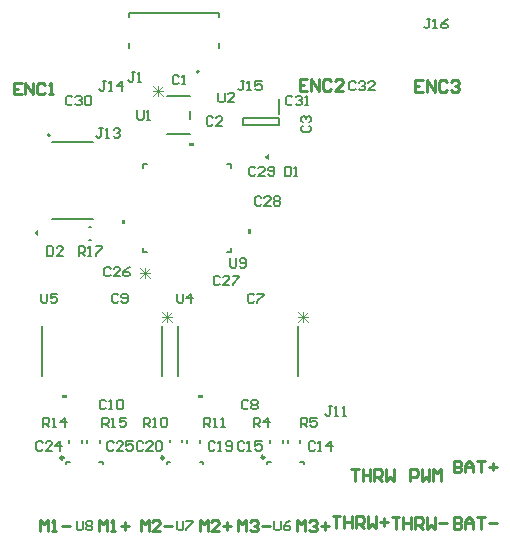
<source format=gbr>
%TF.GenerationSoftware,Altium Limited,Altium Designer,22.9.1 (49)*%
G04 Layer_Color=65535*
%FSLAX45Y45*%
%MOMM*%
%TF.SameCoordinates,1FC91EB1-9634-4345-979C-C496A52DE46E*%
%TF.FilePolarity,Positive*%
%TF.FileFunction,Legend,Top*%
%TF.Part,Single*%
G01*
G75*
%TA.AperFunction,NonConductor*%
%ADD53C,0.25000*%
%ADD54C,0.20000*%
%ADD55C,0.15240*%
%ADD56C,0.15000*%
%ADD67C,0.12700*%
%ADD68C,0.25400*%
%ADD69C,0.07620*%
G36*
X2876065Y4385560D02*
X2837965Y4385560D01*
X2837965Y4410960D01*
X2876065Y4410960D01*
X2876065Y4385560D01*
X2876065Y4385560D02*
G37*
G36*
X3510300Y4274600D02*
X3472200Y4300000D01*
X3510300Y4325400D01*
X3510300Y4274600D01*
X3510300Y4274600D02*
G37*
G36*
X2296315Y3725810D02*
X2270915Y3725810D01*
X2270915Y3763910D01*
X2296315Y3763910D01*
X2296315Y3725810D01*
X2296315Y3725810D02*
G37*
G36*
X3363115Y3645810D02*
X3337715Y3645810D01*
X3337715Y3683910D01*
X3363115Y3683910D01*
X3363115Y3645810D01*
X3363115Y3645810D02*
G37*
G36*
X1560300Y3624600D02*
X1522200Y3650000D01*
X1560300Y3675400D01*
X1560300Y3624600D01*
X1560300Y3624600D02*
G37*
G36*
X2951550Y2253640D02*
X2913450Y2253640D01*
X2913450Y2279040D01*
X2951550Y2279040D01*
X2951550Y2253640D01*
X2951550Y2253640D02*
G37*
G36*
X1801550Y2253640D02*
X1763450Y2253640D01*
X1763450Y2279040D01*
X1801550Y2279040D01*
X1801550Y2253640D01*
X1801550Y2253640D02*
G37*
D53*
X1772000Y1749070D02*
G03*
X1772000Y1749070I-12500J0D01*
G01*
X2622000Y1749070D02*
G03*
X2622000Y1749070I-12500J0D01*
G01*
X3472000Y1754070D02*
G03*
X3472000Y1754070I-12500J0D01*
G01*
D54*
X2919370Y5017360D02*
G03*
X2919370Y5017360I-10000J0D01*
G01*
X1656500Y4479000D02*
G03*
X1656500Y4479000I-10000J0D01*
G01*
X1678500Y4426000D02*
X2021500Y4426000D01*
X1678500Y3774000D02*
X2021500Y3774000D01*
X3595000Y4570121D02*
X3595000Y4625121D01*
X3295000Y4570121D02*
X3595000Y4570121D01*
X3295000Y4570121D02*
X3295000Y4625121D01*
X3595000Y4625121D01*
X3595000Y4660121D02*
X3595000Y4785121D01*
D55*
X2646580Y4812420D02*
X2842160Y4812420D01*
X2842160Y4613534D02*
X2842160Y4686186D01*
X2646580Y4487300D02*
X2842160Y4487300D01*
X2444905Y4236970D02*
X2478701Y4236970D01*
X3189125Y4203174D02*
X3189125Y4236970D01*
X3155329Y3492750D02*
X3189125Y3492750D01*
X2444905Y3492750D02*
X2478701Y3492750D01*
X2444905Y4203174D02*
X2444905Y4236970D01*
X3155329Y4236970D02*
X3189125Y4236970D01*
X3189125Y3492750D02*
X3189125Y3526546D01*
X2444905Y3492750D02*
X2444905Y3526546D01*
X2671660Y1878885D02*
X2671660Y1896115D01*
X2778340Y1878885D02*
X2778340Y1896115D01*
X2821660Y1878755D02*
X2821660Y1895985D01*
X2928340Y1878755D02*
X2928340Y1895985D01*
X3671660Y1878755D02*
X3671660Y1895985D01*
X3778340Y1878755D02*
X3778340Y1895985D01*
X3521660Y1878755D02*
X3521660Y1895985D01*
X3628340Y1878755D02*
X3628340Y1895985D01*
X1991385Y3703340D02*
X2008615Y3703340D01*
X1991385Y3596660D02*
X2008615Y3596660D01*
X3758000Y2437910D02*
X3758000Y2862090D01*
X2742000Y2437910D02*
X2742000Y2862090D01*
X2078340Y1878755D02*
X2078340Y1895985D01*
X1971660Y1878755D02*
X1971660Y1895985D01*
X1928340Y1878755D02*
X1928340Y1895985D01*
X1821660Y1878755D02*
X1821660Y1895985D01*
X2608000Y2437910D02*
X2608000Y2862090D01*
X1592000Y2437910D02*
X1592000Y2862090D01*
D56*
X1795000Y1694870D02*
X1795000Y1712370D01*
X2105000Y1694870D02*
X2105000Y1712370D01*
X2075000Y1712370D02*
X2105000Y1712370D01*
X1795000Y1712370D02*
X1825000Y1712370D01*
X2645000Y1694870D02*
X2645000Y1712370D01*
X2955000Y1694870D02*
X2955000Y1712370D01*
X2925000Y1712370D02*
X2955000Y1712370D01*
X2645000Y1712370D02*
X2675000Y1712370D01*
X3495000Y1699870D02*
X3495000Y1717370D01*
X3805000Y1699870D02*
X3805000Y1717370D01*
X3775000Y1717370D02*
X3805000Y1717370D01*
X3495000Y1717370D02*
X3525000Y1717370D01*
X3303348Y4939987D02*
X3276690Y4939987D01*
X3290019Y4939987D01*
X3290019Y4873342D01*
X3276690Y4860013D01*
X3263361Y4860013D01*
X3250032Y4873342D01*
X3330006Y4860013D02*
X3356664Y4860013D01*
X3343335Y4860013D01*
X3343335Y4939987D01*
X3330006Y4926658D01*
X3449968Y4939987D02*
X3396652Y4939987D01*
X3396652Y4900000D01*
X3423310Y4913329D01*
X3436639Y4913329D01*
X3449968Y4900000D01*
X3449968Y4873342D01*
X3436639Y4860013D01*
X3409981Y4860013D01*
X3396652Y4873342D01*
X3083355Y4839987D02*
X3083355Y4773342D01*
X3096684Y4760013D01*
X3123342Y4760013D01*
X3136671Y4773342D01*
X3136671Y4839987D01*
X3216645Y4760013D02*
X3163329Y4760013D01*
X3216645Y4813329D01*
X3216645Y4826658D01*
X3203316Y4839987D01*
X3176658Y4839987D01*
X3163329Y4826658D01*
X4043677Y2185987D02*
X4017019Y2185987D01*
X4030349Y2185987D01*
X4030349Y2119342D01*
X4017019Y2106013D01*
X4003690Y2106013D01*
X3990361Y2119342D01*
X4070336Y2106013D02*
X4096994Y2106013D01*
X4083665Y2106013D01*
X4083665Y2185987D01*
X4070336Y2172658D01*
X4136981Y2106013D02*
X4163639Y2106013D01*
X4150310Y2106013D01*
X4150310Y2185987D01*
X4136981Y2172658D01*
X1900032Y3460013D02*
X1900032Y3539987D01*
X1940019Y3539987D01*
X1953348Y3526658D01*
X1953348Y3500000D01*
X1940019Y3486671D01*
X1900032Y3486671D01*
X1926690Y3486671D02*
X1953348Y3460013D01*
X1980006Y3460013D02*
X2006665Y3460013D01*
X1993336Y3460013D01*
X1993336Y3539987D01*
X1980006Y3526658D01*
X2046652Y3539987D02*
X2099968Y3539987D01*
X2099968Y3526658D01*
X2046652Y3473342D01*
X2046652Y3460013D01*
X1633355Y3539987D02*
X1633355Y3460013D01*
X1673342Y3460013D01*
X1686671Y3473342D01*
X1686671Y3526658D01*
X1673342Y3539987D01*
X1633355Y3539987D01*
X1766645Y3460013D02*
X1713329Y3460013D01*
X1766645Y3513329D01*
X1766645Y3526658D01*
X1753316Y3539987D01*
X1726658Y3539987D01*
X1713329Y3526658D01*
X3646684Y4214987D02*
X3646684Y4135013D01*
X3686671Y4135013D01*
X3700000Y4148342D01*
X3700000Y4201658D01*
X3686671Y4214987D01*
X3646684Y4214987D01*
X3726658Y4135013D02*
X3753316Y4135013D01*
X3739987Y4135013D01*
X3739987Y4214987D01*
X3726658Y4201658D01*
X2100032Y2010013D02*
X2100032Y2089987D01*
X2140019Y2089987D01*
X2153348Y2076658D01*
X2153348Y2050000D01*
X2140019Y2036671D01*
X2100032Y2036671D01*
X2126690Y2036671D02*
X2153348Y2010013D01*
X2180006Y2010013D02*
X2206664Y2010013D01*
X2193335Y2010013D01*
X2193335Y2089987D01*
X2180006Y2076658D01*
X2299968Y2089987D02*
X2246652Y2089987D01*
X2246652Y2050000D01*
X2273310Y2063329D01*
X2286639Y2063329D01*
X2299968Y2050000D01*
X2299968Y2023342D01*
X2286639Y2010013D01*
X2259981Y2010013D01*
X2246652Y2023342D01*
X1600032Y2010013D02*
X1600032Y2089987D01*
X1640019Y2089987D01*
X1653348Y2076658D01*
X1653348Y2050000D01*
X1640019Y2036671D01*
X1600032Y2036671D01*
X1626690Y2036671D02*
X1653348Y2010013D01*
X1680006Y2010013D02*
X1706664Y2010013D01*
X1693335Y2010013D01*
X1693335Y2089987D01*
X1680006Y2076658D01*
X1786639Y2010013D02*
X1786639Y2089987D01*
X1746652Y2050000D01*
X1799968Y2050000D01*
X2963361Y2010013D02*
X2963361Y2089987D01*
X3003349Y2089987D01*
X3016677Y2076658D01*
X3016677Y2050000D01*
X3003349Y2036671D01*
X2963361Y2036671D01*
X2990019Y2036671D02*
X3016677Y2010013D01*
X3043336Y2010013D02*
X3069994Y2010013D01*
X3056665Y2010013D01*
X3056665Y2089987D01*
X3043336Y2076658D01*
X3109981Y2010013D02*
X3136639Y2010013D01*
X3123310Y2010013D01*
X3123310Y2089987D01*
X3109981Y2076658D01*
X2450032Y2010013D02*
X2450032Y2089987D01*
X2490019Y2089987D01*
X2503348Y2076658D01*
X2503348Y2050000D01*
X2490019Y2036671D01*
X2450032Y2036671D01*
X2476690Y2036671D02*
X2503348Y2010013D01*
X2530006Y2010013D02*
X2556664Y2010013D01*
X2543336Y2010013D01*
X2543336Y2089987D01*
X2530006Y2076658D01*
X2596652Y2076658D02*
X2609981Y2089987D01*
X2636639Y2089987D01*
X2649968Y2076658D01*
X2649968Y2023342D01*
X2636639Y2010013D01*
X2609981Y2010013D01*
X2596652Y2023342D01*
X2596652Y2076658D01*
X2396684Y4689987D02*
X2396684Y4623342D01*
X2410013Y4610013D01*
X2436671Y4610013D01*
X2450000Y4623342D01*
X2450000Y4689987D01*
X2476658Y4610013D02*
X2503316Y4610013D01*
X2489987Y4610013D01*
X2489987Y4689987D01*
X2476658Y4676658D01*
X3183355Y3439987D02*
X3183355Y3373342D01*
X3196684Y3360013D01*
X3223342Y3360013D01*
X3236671Y3373342D01*
X3236671Y3439987D01*
X3263329Y3373342D02*
X3276658Y3360013D01*
X3303316Y3360013D01*
X3316645Y3373342D01*
X3316645Y3426658D01*
X3303316Y3439987D01*
X3276658Y3439987D01*
X3263329Y3426658D01*
X3263329Y3413329D01*
X3276658Y3400000D01*
X3316645Y3400000D01*
X1883355Y1214987D02*
X1883355Y1148342D01*
X1896684Y1135013D01*
X1923342Y1135013D01*
X1936671Y1148342D01*
X1936671Y1214987D01*
X1963329Y1201658D02*
X1976658Y1214987D01*
X2003316Y1214987D01*
X2016645Y1201658D01*
X2016645Y1188329D01*
X2003316Y1175000D01*
X2016645Y1161671D01*
X2016645Y1148342D01*
X2003316Y1135013D01*
X1976658Y1135013D01*
X1963329Y1148342D01*
X1963329Y1161671D01*
X1976658Y1175000D01*
X1963329Y1188329D01*
X1963329Y1201658D01*
X1976658Y1175000D02*
X2003316Y1175000D01*
X2733355Y1214987D02*
X2733355Y1148342D01*
X2746684Y1135013D01*
X2773342Y1135013D01*
X2786671Y1148342D01*
X2786671Y1214987D01*
X2813329Y1214987D02*
X2866645Y1214987D01*
X2866645Y1201658D01*
X2813329Y1148342D01*
X2813329Y1135013D01*
X3558355Y1214987D02*
X3558355Y1148342D01*
X3571684Y1135013D01*
X3598342Y1135013D01*
X3611671Y1148342D01*
X3611671Y1214987D01*
X3691645Y1214987D02*
X3664987Y1201658D01*
X3638329Y1175000D01*
X3638329Y1148342D01*
X3651658Y1135013D01*
X3678316Y1135013D01*
X3691645Y1148342D01*
X3691645Y1161671D01*
X3678316Y1175000D01*
X3638329Y1175000D01*
X1583355Y3139987D02*
X1583355Y3073342D01*
X1596684Y3060013D01*
X1623342Y3060013D01*
X1636671Y3073342D01*
X1636671Y3139987D01*
X1716645Y3139987D02*
X1663329Y3139987D01*
X1663329Y3100000D01*
X1689987Y3113329D01*
X1703316Y3113329D01*
X1716645Y3100000D01*
X1716645Y3073342D01*
X1703316Y3060013D01*
X1676658Y3060013D01*
X1663329Y3073342D01*
X2733355Y3139987D02*
X2733355Y3073342D01*
X2746684Y3060013D01*
X2773342Y3060013D01*
X2786671Y3073342D01*
X2786671Y3139987D01*
X2853316Y3060013D02*
X2853316Y3139987D01*
X2813329Y3100000D01*
X2866645Y3100000D01*
X3783355Y2010013D02*
X3783355Y2089987D01*
X3823342Y2089987D01*
X3836671Y2076658D01*
X3836671Y2050000D01*
X3823342Y2036671D01*
X3783355Y2036671D01*
X3810013Y2036671D02*
X3836671Y2010013D01*
X3916645Y2089987D02*
X3863329Y2089987D01*
X3863329Y2050000D01*
X3889987Y2063329D01*
X3903316Y2063329D01*
X3916645Y2050000D01*
X3916645Y2023342D01*
X3903316Y2010013D01*
X3876658Y2010013D01*
X3863329Y2023342D01*
X3383355Y2010013D02*
X3383355Y2089987D01*
X3423342Y2089987D01*
X3436671Y2076658D01*
X3436671Y2050000D01*
X3423342Y2036671D01*
X3383355Y2036671D01*
X3410013Y2036671D02*
X3436671Y2010013D01*
X3503316Y2010013D02*
X3503316Y2089987D01*
X3463329Y2050000D01*
X3516645Y2050000D01*
X4878348Y5464987D02*
X4851690Y5464987D01*
X4865019Y5464987D01*
X4865019Y5398342D01*
X4851690Y5385013D01*
X4838361Y5385013D01*
X4825032Y5398342D01*
X4905006Y5385013D02*
X4931665Y5385013D01*
X4918336Y5385013D01*
X4918336Y5464987D01*
X4905006Y5451658D01*
X5024968Y5464987D02*
X4998310Y5451658D01*
X4971652Y5425000D01*
X4971652Y5398342D01*
X4984981Y5385013D01*
X5011639Y5385013D01*
X5024968Y5398342D01*
X5024968Y5411671D01*
X5011639Y5425000D01*
X4971652Y5425000D01*
X2130349Y4935987D02*
X2103690Y4935987D01*
X2117020Y4935987D01*
X2117020Y4869342D01*
X2103690Y4856013D01*
X2090362Y4856013D01*
X2077032Y4869342D01*
X2157007Y4856013D02*
X2183665Y4856013D01*
X2170336Y4856013D01*
X2170336Y4935987D01*
X2157007Y4922658D01*
X2263639Y4856013D02*
X2263639Y4935987D01*
X2223652Y4896000D01*
X2276968Y4896000D01*
X2103348Y4539987D02*
X2076690Y4539987D01*
X2090019Y4539987D01*
X2090019Y4473342D01*
X2076690Y4460013D01*
X2063361Y4460013D01*
X2050032Y4473342D01*
X2130006Y4460013D02*
X2156664Y4460013D01*
X2143336Y4460013D01*
X2143336Y4539987D01*
X2130006Y4526658D01*
X2196652Y4526658D02*
X2209981Y4539987D01*
X2236639Y4539987D01*
X2249968Y4526658D01*
X2249968Y4513329D01*
X2236639Y4500000D01*
X2223310Y4500000D01*
X2236639Y4500000D01*
X2249968Y4486671D01*
X2249968Y4473342D01*
X2236639Y4460013D01*
X2209981Y4460013D01*
X2196652Y4473342D01*
X2375000Y5014987D02*
X2348342Y5014987D01*
X2361671Y5014987D01*
X2361671Y4948342D01*
X2348342Y4935013D01*
X2335013Y4935013D01*
X2321684Y4948342D01*
X2401658Y4935013D02*
X2428316Y4935013D01*
X2414987Y4935013D01*
X2414987Y5014987D01*
X2401658Y5001658D01*
X4246684Y4926658D02*
X4233355Y4939987D01*
X4206697Y4939987D01*
X4193368Y4926658D01*
X4193368Y4873342D01*
X4206697Y4860013D01*
X4233355Y4860013D01*
X4246684Y4873342D01*
X4273342Y4926658D02*
X4286671Y4939987D01*
X4313329Y4939987D01*
X4326658Y4926658D01*
X4326658Y4913329D01*
X4313329Y4900000D01*
X4300000Y4900000D01*
X4313329Y4900000D01*
X4326658Y4886671D01*
X4326658Y4873342D01*
X4313329Y4860013D01*
X4286671Y4860013D01*
X4273342Y4873342D01*
X4406632Y4860013D02*
X4353316Y4860013D01*
X4406632Y4913329D01*
X4406632Y4926658D01*
X4393303Y4939987D01*
X4366645Y4939987D01*
X4353316Y4926658D01*
X3710013Y4801658D02*
X3696684Y4814987D01*
X3670026Y4814987D01*
X3656697Y4801658D01*
X3656697Y4748342D01*
X3670026Y4735013D01*
X3696684Y4735013D01*
X3710013Y4748342D01*
X3736671Y4801658D02*
X3750000Y4814987D01*
X3776658Y4814987D01*
X3789987Y4801658D01*
X3789987Y4788329D01*
X3776658Y4775000D01*
X3763329Y4775000D01*
X3776658Y4775000D01*
X3789987Y4761671D01*
X3789987Y4748342D01*
X3776658Y4735013D01*
X3750000Y4735013D01*
X3736671Y4748342D01*
X3816645Y4735013D02*
X3843303Y4735013D01*
X3829975Y4735013D01*
X3829975Y4814987D01*
X3816645Y4801658D01*
X1846684Y4801658D02*
X1833355Y4814987D01*
X1806697Y4814987D01*
X1793368Y4801658D01*
X1793368Y4748342D01*
X1806697Y4735013D01*
X1833355Y4735013D01*
X1846684Y4748342D01*
X1873342Y4801658D02*
X1886671Y4814987D01*
X1913329Y4814987D01*
X1926658Y4801658D01*
X1926658Y4788329D01*
X1913329Y4775000D01*
X1900000Y4775000D01*
X1913329Y4775000D01*
X1926658Y4761671D01*
X1926658Y4748342D01*
X1913329Y4735013D01*
X1886671Y4735013D01*
X1873342Y4748342D01*
X1953316Y4801658D02*
X1966645Y4814987D01*
X1993303Y4814987D01*
X2006632Y4801658D01*
X2006632Y4748342D01*
X1993303Y4735013D01*
X1966645Y4735013D01*
X1953316Y4748342D01*
X1953316Y4801658D01*
X3396684Y4201658D02*
X3383355Y4214987D01*
X3356697Y4214987D01*
X3343368Y4201658D01*
X3343368Y4148342D01*
X3356697Y4135013D01*
X3383355Y4135013D01*
X3396684Y4148342D01*
X3476658Y4135013D02*
X3423342Y4135013D01*
X3476658Y4188329D01*
X3476658Y4201658D01*
X3463329Y4214987D01*
X3436671Y4214987D01*
X3423342Y4201658D01*
X3503316Y4148342D02*
X3516645Y4135013D01*
X3543303Y4135013D01*
X3556632Y4148342D01*
X3556632Y4201658D01*
X3543303Y4214987D01*
X3516645Y4214987D01*
X3503316Y4201658D01*
X3503316Y4188329D01*
X3516645Y4175000D01*
X3556632Y4175000D01*
X3446684Y3951658D02*
X3433355Y3964987D01*
X3406697Y3964987D01*
X3393368Y3951658D01*
X3393368Y3898342D01*
X3406697Y3885013D01*
X3433355Y3885013D01*
X3446684Y3898342D01*
X3526658Y3885013D02*
X3473342Y3885013D01*
X3526658Y3938329D01*
X3526658Y3951658D01*
X3513329Y3964987D01*
X3486671Y3964987D01*
X3473342Y3951658D01*
X3553316Y3951658D02*
X3566645Y3964987D01*
X3593303Y3964987D01*
X3606632Y3951658D01*
X3606632Y3938329D01*
X3593303Y3925000D01*
X3606632Y3911671D01*
X3606632Y3898342D01*
X3593303Y3885013D01*
X3566645Y3885013D01*
X3553316Y3898342D01*
X3553316Y3911671D01*
X3566645Y3925000D01*
X3553316Y3938329D01*
X3553316Y3951658D01*
X3566645Y3925000D02*
X3593303Y3925000D01*
X3096684Y3276658D02*
X3083355Y3289987D01*
X3056697Y3289987D01*
X3043368Y3276658D01*
X3043368Y3223342D01*
X3056697Y3210013D01*
X3083355Y3210013D01*
X3096684Y3223342D01*
X3176658Y3210013D02*
X3123342Y3210013D01*
X3176658Y3263329D01*
X3176658Y3276658D01*
X3163329Y3289987D01*
X3136671Y3289987D01*
X3123342Y3276658D01*
X3203316Y3289987D02*
X3256632Y3289987D01*
X3256632Y3276658D01*
X3203316Y3223342D01*
X3203316Y3210013D01*
X2171684Y3351658D02*
X2158355Y3364987D01*
X2131697Y3364987D01*
X2118368Y3351658D01*
X2118368Y3298342D01*
X2131697Y3285013D01*
X2158355Y3285013D01*
X2171684Y3298342D01*
X2251658Y3285013D02*
X2198342Y3285013D01*
X2251658Y3338329D01*
X2251658Y3351658D01*
X2238329Y3364987D01*
X2211671Y3364987D01*
X2198342Y3351658D01*
X2331632Y3364987D02*
X2304974Y3351658D01*
X2278316Y3325000D01*
X2278316Y3298342D01*
X2291645Y3285013D01*
X2318303Y3285013D01*
X2331632Y3298342D01*
X2331632Y3311671D01*
X2318303Y3325000D01*
X2278316Y3325000D01*
X2196684Y1876658D02*
X2183355Y1889987D01*
X2156697Y1889987D01*
X2143368Y1876658D01*
X2143368Y1823342D01*
X2156697Y1810013D01*
X2183355Y1810013D01*
X2196684Y1823342D01*
X2276658Y1810013D02*
X2223342Y1810013D01*
X2276658Y1863329D01*
X2276658Y1876658D01*
X2263329Y1889987D01*
X2236671Y1889987D01*
X2223342Y1876658D01*
X2356632Y1889987D02*
X2303316Y1889987D01*
X2303316Y1850000D01*
X2329974Y1863329D01*
X2343303Y1863329D01*
X2356632Y1850000D01*
X2356632Y1823342D01*
X2343303Y1810013D01*
X2316645Y1810013D01*
X2303316Y1823342D01*
X1596684Y1876658D02*
X1583355Y1889987D01*
X1556697Y1889987D01*
X1543368Y1876658D01*
X1543368Y1823342D01*
X1556697Y1810013D01*
X1583355Y1810013D01*
X1596684Y1823342D01*
X1676658Y1810013D02*
X1623342Y1810013D01*
X1676658Y1863329D01*
X1676658Y1876658D01*
X1663329Y1889987D01*
X1636671Y1889987D01*
X1623342Y1876658D01*
X1743303Y1810013D02*
X1743303Y1889987D01*
X1703316Y1850000D01*
X1756632Y1850000D01*
X2446684Y1876658D02*
X2433355Y1889987D01*
X2406697Y1889987D01*
X2393368Y1876658D01*
X2393368Y1823342D01*
X2406697Y1810013D01*
X2433355Y1810013D01*
X2446684Y1823342D01*
X2526658Y1810013D02*
X2473342Y1810013D01*
X2526658Y1863329D01*
X2526658Y1876658D01*
X2513329Y1889987D01*
X2486671Y1889987D01*
X2473342Y1876658D01*
X2553316Y1876658D02*
X2566645Y1889987D01*
X2593303Y1889987D01*
X2606632Y1876658D01*
X2606632Y1823342D01*
X2593303Y1810013D01*
X2566645Y1810013D01*
X2553316Y1823342D01*
X2553316Y1876658D01*
X3053348Y1876658D02*
X3040019Y1889987D01*
X3013361Y1889987D01*
X3000032Y1876658D01*
X3000032Y1823342D01*
X3013361Y1810013D01*
X3040019Y1810013D01*
X3053348Y1823342D01*
X3080006Y1810013D02*
X3106664Y1810013D01*
X3093335Y1810013D01*
X3093335Y1889987D01*
X3080006Y1876658D01*
X3146652Y1823342D02*
X3159981Y1810013D01*
X3186639Y1810013D01*
X3199968Y1823342D01*
X3199968Y1876658D01*
X3186639Y1889987D01*
X3159981Y1889987D01*
X3146652Y1876658D01*
X3146652Y1863329D01*
X3159981Y1850000D01*
X3199968Y1850000D01*
X3303348Y1876658D02*
X3290019Y1889987D01*
X3263361Y1889987D01*
X3250032Y1876658D01*
X3250032Y1823342D01*
X3263361Y1810013D01*
X3290019Y1810013D01*
X3303348Y1823342D01*
X3330006Y1810013D02*
X3356664Y1810013D01*
X3343335Y1810013D01*
X3343335Y1889987D01*
X3330006Y1876658D01*
X3449968Y1889987D02*
X3396652Y1889987D01*
X3396652Y1850000D01*
X3423310Y1863329D01*
X3436639Y1863329D01*
X3449968Y1850000D01*
X3449968Y1823342D01*
X3436639Y1810013D01*
X3409981Y1810013D01*
X3396652Y1823342D01*
X3903348Y1876658D02*
X3890019Y1889987D01*
X3863361Y1889987D01*
X3850032Y1876658D01*
X3850032Y1823342D01*
X3863361Y1810013D01*
X3890019Y1810013D01*
X3903348Y1823342D01*
X3930006Y1810013D02*
X3956664Y1810013D01*
X3943336Y1810013D01*
X3943336Y1889987D01*
X3930006Y1876658D01*
X4036639Y1810013D02*
X4036639Y1889987D01*
X3996652Y1850000D01*
X4049968Y1850000D01*
X2130818Y2226658D02*
X2117489Y2239987D01*
X2090831Y2239987D01*
X2077502Y2226658D01*
X2077502Y2173342D01*
X2090831Y2160013D01*
X2117489Y2160013D01*
X2130818Y2173342D01*
X2157476Y2160013D02*
X2184134Y2160013D01*
X2170805Y2160013D01*
X2170805Y2239987D01*
X2157476Y2226658D01*
X2224122Y2226658D02*
X2237451Y2239987D01*
X2264109Y2239987D01*
X2277438Y2226658D01*
X2277438Y2173342D01*
X2264109Y2160013D01*
X2237451Y2160013D01*
X2224122Y2173342D01*
X2224122Y2226658D01*
X2236671Y3126658D02*
X2223342Y3139987D01*
X2196684Y3139987D01*
X2183355Y3126658D01*
X2183355Y3073342D01*
X2196684Y3060013D01*
X2223342Y3060013D01*
X2236671Y3073342D01*
X2263329Y3073342D02*
X2276658Y3060013D01*
X2303316Y3060013D01*
X2316645Y3073342D01*
X2316645Y3126658D01*
X2303316Y3139987D01*
X2276658Y3139987D01*
X2263329Y3126658D01*
X2263329Y3113329D01*
X2276658Y3100000D01*
X2316645Y3100000D01*
X3336671Y2226658D02*
X3323342Y2239987D01*
X3296684Y2239987D01*
X3283355Y2226658D01*
X3283355Y2173342D01*
X3296684Y2160013D01*
X3323342Y2160013D01*
X3336671Y2173342D01*
X3363329Y2226658D02*
X3376658Y2239987D01*
X3403316Y2239987D01*
X3416645Y2226658D01*
X3416645Y2213329D01*
X3403316Y2200000D01*
X3416645Y2186671D01*
X3416645Y2173342D01*
X3403316Y2160013D01*
X3376658Y2160013D01*
X3363329Y2173342D01*
X3363329Y2186671D01*
X3376658Y2200000D01*
X3363329Y2213329D01*
X3363329Y2226658D01*
X3376658Y2200000D02*
X3403316Y2200000D01*
X3386671Y3126658D02*
X3373342Y3139987D01*
X3346684Y3139987D01*
X3333355Y3126658D01*
X3333355Y3073342D01*
X3346684Y3060013D01*
X3373342Y3060013D01*
X3386671Y3073342D01*
X3413329Y3139987D02*
X3466645Y3139987D01*
X3466645Y3126658D01*
X3413329Y3073342D01*
X3413329Y3060013D01*
X3798342Y4561671D02*
X3785013Y4548342D01*
X3785013Y4521684D01*
X3798342Y4508355D01*
X3851658Y4508355D01*
X3864987Y4521684D01*
X3864987Y4548342D01*
X3851658Y4561671D01*
X3798342Y4588329D02*
X3785013Y4601658D01*
X3785013Y4628316D01*
X3798342Y4641645D01*
X3811671Y4641645D01*
X3825000Y4628316D01*
X3825000Y4614987D01*
X3825000Y4628316D01*
X3838329Y4641645D01*
X3851658Y4641645D01*
X3864987Y4628316D01*
X3864987Y4601658D01*
X3851658Y4588329D01*
X3036671Y4626658D02*
X3023342Y4639987D01*
X2996684Y4639987D01*
X2983355Y4626658D01*
X2983355Y4573342D01*
X2996684Y4560013D01*
X3023342Y4560013D01*
X3036671Y4573342D01*
X3116645Y4560013D02*
X3063329Y4560013D01*
X3116645Y4613329D01*
X3116645Y4626658D01*
X3103316Y4639987D01*
X3076658Y4639987D01*
X3063329Y4626658D01*
X2750000Y4976658D02*
X2736671Y4989987D01*
X2710013Y4989987D01*
X2696684Y4976658D01*
X2696684Y4923342D01*
X2710013Y4910013D01*
X2736671Y4910013D01*
X2750000Y4923342D01*
X2776658Y4910013D02*
X2803316Y4910013D01*
X2789987Y4910013D01*
X2789987Y4989987D01*
X2776658Y4976658D01*
D67*
X3089370Y5217360D02*
X3089370Y5257360D01*
X2329370Y5217360D02*
X2329370Y5257360D01*
X2329370Y5477360D02*
X2329370Y5507360D01*
X3089370Y5477360D02*
X3089370Y5507360D01*
X2329370Y5512360D02*
X3089370Y5512360D01*
D68*
X3750400Y1125400D02*
X3750400Y1225368D01*
X3783722Y1192045D01*
X3817045Y1225368D01*
X3817045Y1125400D01*
X3850368Y1208706D02*
X3867029Y1225368D01*
X3900352Y1225368D01*
X3917013Y1208706D01*
X3917013Y1192045D01*
X3900352Y1175384D01*
X3883690Y1175384D01*
X3900352Y1175384D01*
X3917013Y1158723D01*
X3917013Y1142061D01*
X3900352Y1125400D01*
X3867029Y1125400D01*
X3850368Y1142061D01*
X3950336Y1175384D02*
X4016981Y1175384D01*
X3983658Y1208706D02*
X3983658Y1142061D01*
X5075400Y1725368D02*
X5075400Y1625400D01*
X5125384Y1625400D01*
X5142045Y1642061D01*
X5142045Y1658723D01*
X5125384Y1675384D01*
X5075400Y1675384D01*
X5125384Y1675384D01*
X5142045Y1692045D01*
X5142045Y1708707D01*
X5125384Y1725368D01*
X5075400Y1725368D01*
X5175368Y1625400D02*
X5175368Y1692045D01*
X5208690Y1725368D01*
X5242013Y1692045D01*
X5242013Y1625400D01*
X5242013Y1675384D01*
X5175368Y1675384D01*
X5275336Y1725368D02*
X5341981Y1725368D01*
X5308658Y1725368D01*
X5308658Y1625400D01*
X5375303Y1675384D02*
X5441948Y1675384D01*
X5408626Y1708707D02*
X5408626Y1642061D01*
X3250400Y1125400D02*
X3250400Y1225368D01*
X3283722Y1192045D01*
X3317045Y1225368D01*
X3317045Y1125400D01*
X3350368Y1208706D02*
X3367029Y1225368D01*
X3400352Y1225368D01*
X3417013Y1208706D01*
X3417013Y1192045D01*
X3400352Y1175384D01*
X3383690Y1175384D01*
X3400352Y1175384D01*
X3417013Y1158723D01*
X3417013Y1142061D01*
X3400352Y1125400D01*
X3367029Y1125400D01*
X3350368Y1142061D01*
X3450335Y1175384D02*
X3516981Y1175384D01*
X2925400Y1125400D02*
X2925400Y1225368D01*
X2958723Y1192045D01*
X2992045Y1225368D01*
X2992045Y1125400D01*
X3092013Y1125400D02*
X3025368Y1125400D01*
X3092013Y1192045D01*
X3092013Y1208706D01*
X3075352Y1225368D01*
X3042029Y1225368D01*
X3025368Y1208706D01*
X3125336Y1175384D02*
X3191981Y1175384D01*
X3158658Y1208706D02*
X3158658Y1142061D01*
X2425400Y1125400D02*
X2425400Y1225368D01*
X2458723Y1192045D01*
X2492045Y1225368D01*
X2492045Y1125400D01*
X2592013Y1125400D02*
X2525368Y1125400D01*
X2592013Y1192045D01*
X2592013Y1208706D01*
X2575352Y1225368D01*
X2542029Y1225368D01*
X2525368Y1208706D01*
X2625336Y1175384D02*
X2691981Y1175384D01*
X2075400Y1125400D02*
X2075400Y1225368D01*
X2108722Y1192045D01*
X2142045Y1225368D01*
X2142045Y1125400D01*
X2175368Y1125400D02*
X2208690Y1125400D01*
X2192029Y1125400D01*
X2192029Y1225368D01*
X2175368Y1208706D01*
X2258674Y1175384D02*
X2325319Y1175384D01*
X2291997Y1208706D02*
X2291997Y1142061D01*
X1575400Y1125400D02*
X1575400Y1225368D01*
X1608722Y1192045D01*
X1642045Y1225368D01*
X1642045Y1125400D01*
X1675368Y1125400D02*
X1708690Y1125400D01*
X1692029Y1125400D01*
X1692029Y1225368D01*
X1675368Y1208706D01*
X1758674Y1175384D02*
X1825319Y1175384D01*
X4550400Y1250368D02*
X4617045Y1250368D01*
X4583723Y1250368D01*
X4583723Y1150400D01*
X4650368Y1250368D02*
X4650368Y1150400D01*
X4650368Y1200384D01*
X4717013Y1200384D01*
X4717013Y1250368D01*
X4717013Y1150400D01*
X4750336Y1150400D02*
X4750336Y1250368D01*
X4800320Y1250368D01*
X4816981Y1233706D01*
X4816981Y1200384D01*
X4800320Y1183723D01*
X4750336Y1183723D01*
X4783658Y1183723D02*
X4816981Y1150400D01*
X4850303Y1250368D02*
X4850303Y1150400D01*
X4883626Y1183723D01*
X4916949Y1150400D01*
X4916949Y1250368D01*
X4950271Y1200384D02*
X5016916Y1200384D01*
X5075400Y1250368D02*
X5075400Y1150400D01*
X5125384Y1150400D01*
X5142045Y1167061D01*
X5142045Y1183723D01*
X5125384Y1200384D01*
X5075400Y1200384D01*
X5125384Y1200384D01*
X5142045Y1217045D01*
X5142045Y1233706D01*
X5125384Y1250368D01*
X5075400Y1250368D01*
X5175368Y1150400D02*
X5175368Y1217045D01*
X5208690Y1250368D01*
X5242013Y1217045D01*
X5242013Y1150400D01*
X5242013Y1200384D01*
X5175368Y1200384D01*
X5275336Y1250368D02*
X5341981Y1250368D01*
X5308658Y1250368D01*
X5308658Y1150400D01*
X5375303Y1200384D02*
X5441948Y1200384D01*
X4050400Y1253708D02*
X4117045Y1253708D01*
X4083722Y1253708D01*
X4083722Y1153740D01*
X4150368Y1253708D02*
X4150368Y1153740D01*
X4150368Y1203724D01*
X4217013Y1203724D01*
X4217013Y1253708D01*
X4217013Y1153740D01*
X4250335Y1153740D02*
X4250335Y1253708D01*
X4300319Y1253708D01*
X4316980Y1237046D01*
X4316980Y1203724D01*
X4300319Y1187062D01*
X4250335Y1187062D01*
X4283658Y1187062D02*
X4316980Y1153740D01*
X4350303Y1253708D02*
X4350303Y1153740D01*
X4383626Y1187062D01*
X4416948Y1153740D01*
X4416948Y1253708D01*
X4450271Y1203724D02*
X4516916Y1203724D01*
X4483594Y1237046D02*
X4483594Y1170401D01*
X4204350Y1655518D02*
X4270995Y1655518D01*
X4237673Y1655518D01*
X4237673Y1555550D01*
X4304318Y1655518D02*
X4304318Y1555550D01*
X4304318Y1605534D01*
X4370963Y1605534D01*
X4370963Y1655518D01*
X4370963Y1555550D01*
X4404286Y1555550D02*
X4404286Y1655518D01*
X4454269Y1655518D01*
X4470931Y1638857D01*
X4470931Y1605534D01*
X4454269Y1588873D01*
X4404286Y1588873D01*
X4437608Y1588873D02*
X4470931Y1555550D01*
X4504253Y1655518D02*
X4504253Y1555550D01*
X4537576Y1588873D01*
X4570898Y1555550D01*
X4570898Y1655518D01*
X4704189Y1555550D02*
X4704189Y1655518D01*
X4754173Y1655518D01*
X4770834Y1638857D01*
X4770834Y1605534D01*
X4754173Y1588873D01*
X4704189Y1588873D01*
X4804157Y1655518D02*
X4804157Y1555550D01*
X4837479Y1588873D01*
X4870802Y1555550D01*
X4870802Y1655518D01*
X4904125Y1555550D02*
X4904125Y1655518D01*
X4937447Y1622195D01*
X4970770Y1655518D01*
X4970770Y1555550D01*
X3838095Y4955518D02*
X3771450Y4955518D01*
X3771450Y4855550D01*
X3838095Y4855550D01*
X3771450Y4905534D02*
X3804772Y4905534D01*
X3871418Y4855550D02*
X3871418Y4955518D01*
X3938063Y4855550D01*
X3938063Y4955518D01*
X4038031Y4938857D02*
X4021369Y4955518D01*
X3988047Y4955518D01*
X3971386Y4938857D01*
X3971386Y4872211D01*
X3988047Y4855550D01*
X4021369Y4855550D01*
X4038031Y4872211D01*
X4137998Y4855550D02*
X4071353Y4855550D01*
X4137998Y4922195D01*
X4137998Y4938857D01*
X4121337Y4955518D01*
X4088015Y4955518D01*
X4071353Y4938857D01*
X4817045Y4950368D02*
X4750400Y4950368D01*
X4750400Y4850400D01*
X4817045Y4850400D01*
X4750400Y4900384D02*
X4783722Y4900384D01*
X4850368Y4850400D02*
X4850368Y4950368D01*
X4917013Y4850400D01*
X4917013Y4950368D01*
X5016981Y4933706D02*
X5000319Y4950368D01*
X4966997Y4950368D01*
X4950336Y4933706D01*
X4950336Y4867061D01*
X4966997Y4850400D01*
X5000319Y4850400D01*
X5016981Y4867061D01*
X5050303Y4933706D02*
X5066965Y4950368D01*
X5100287Y4950368D01*
X5116948Y4933706D01*
X5116948Y4917045D01*
X5100287Y4900384D01*
X5083626Y4900384D01*
X5100287Y4900384D01*
X5116948Y4883723D01*
X5116948Y4867061D01*
X5100287Y4850400D01*
X5066965Y4850400D01*
X5050303Y4867061D01*
X1417045Y4925368D02*
X1350400Y4925368D01*
X1350400Y4825400D01*
X1417045Y4825400D01*
X1350400Y4875384D02*
X1383722Y4875384D01*
X1450368Y4825400D02*
X1450368Y4925368D01*
X1517013Y4825400D01*
X1517013Y4925368D01*
X1616981Y4908706D02*
X1600319Y4925368D01*
X1566997Y4925368D01*
X1550335Y4908706D01*
X1550335Y4842061D01*
X1566997Y4825400D01*
X1600319Y4825400D01*
X1616981Y4842061D01*
X1650303Y4825400D02*
X1683626Y4825400D01*
X1666965Y4825400D01*
X1666965Y4925368D01*
X1650303Y4908706D01*
D69*
X2528470Y4895359D02*
X2613109Y4810720D01*
X2528470Y4810720D02*
X2613109Y4895359D01*
X2528470Y4853039D02*
X2613109Y4853039D01*
X2570790Y4810720D02*
X2570790Y4895359D01*
X2416616Y3274310D02*
X2501255Y3358949D01*
X2501255Y3274310D02*
X2416616Y3358949D01*
X2458936Y3274310D02*
X2458936Y3358949D01*
X2501255Y3316629D02*
X2416616Y3316629D01*
X3840939Y2979625D02*
X3756300Y2894986D01*
X3756300Y2979625D02*
X3840939Y2894986D01*
X3798620Y2979625D02*
X3798620Y2894986D01*
X3756300Y2937306D02*
X3840939Y2937306D01*
X2690939Y2979625D02*
X2606300Y2894986D01*
X2606300Y2979625D02*
X2690939Y2894986D01*
X2648620Y2979625D02*
X2648620Y2894986D01*
X2606300Y2937306D02*
X2690939Y2937306D01*
%TF.MD5,04ad3bdf831263cb9b9d233a49f1e12e*%
M02*

</source>
